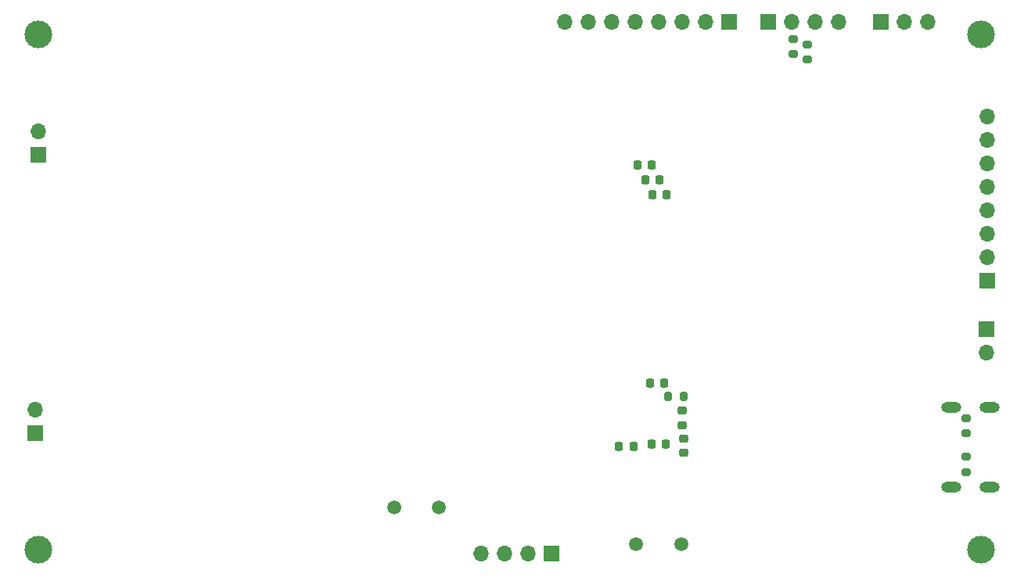
<source format=gbs>
G04 #@! TF.GenerationSoftware,KiCad,Pcbnew,7.0.7*
G04 #@! TF.CreationDate,2023-12-18T21:44:51-05:00*
G04 #@! TF.ProjectId,central_hub,63656e74-7261-46c5-9f68-75622e6b6963,rev?*
G04 #@! TF.SameCoordinates,Original*
G04 #@! TF.FileFunction,Soldermask,Bot*
G04 #@! TF.FilePolarity,Negative*
%FSLAX46Y46*%
G04 Gerber Fmt 4.6, Leading zero omitted, Abs format (unit mm)*
G04 Created by KiCad (PCBNEW 7.0.7) date 2023-12-18 21:44:51*
%MOMM*%
%LPD*%
G01*
G04 APERTURE LIST*
G04 Aperture macros list*
%AMRoundRect*
0 Rectangle with rounded corners*
0 $1 Rounding radius*
0 $2 $3 $4 $5 $6 $7 $8 $9 X,Y pos of 4 corners*
0 Add a 4 corners polygon primitive as box body*
4,1,4,$2,$3,$4,$5,$6,$7,$8,$9,$2,$3,0*
0 Add four circle primitives for the rounded corners*
1,1,$1+$1,$2,$3*
1,1,$1+$1,$4,$5*
1,1,$1+$1,$6,$7*
1,1,$1+$1,$8,$9*
0 Add four rect primitives between the rounded corners*
20,1,$1+$1,$2,$3,$4,$5,0*
20,1,$1+$1,$4,$5,$6,$7,0*
20,1,$1+$1,$6,$7,$8,$9,0*
20,1,$1+$1,$8,$9,$2,$3,0*%
G04 Aperture macros list end*
%ADD10R,1.700000X1.700000*%
%ADD11O,1.700000X1.700000*%
%ADD12C,3.000000*%
%ADD13C,1.500000*%
%ADD14O,2.204000X1.104000*%
%ADD15RoundRect,0.225000X-0.225000X-0.250000X0.225000X-0.250000X0.225000X0.250000X-0.225000X0.250000X0*%
%ADD16RoundRect,0.200000X-0.200000X-0.275000X0.200000X-0.275000X0.200000X0.275000X-0.200000X0.275000X0*%
%ADD17RoundRect,0.225000X-0.250000X0.225000X-0.250000X-0.225000X0.250000X-0.225000X0.250000X0.225000X0*%
%ADD18RoundRect,0.200000X0.275000X-0.200000X0.275000X0.200000X-0.275000X0.200000X-0.275000X-0.200000X0*%
%ADD19RoundRect,0.225000X0.250000X-0.225000X0.250000X0.225000X-0.250000X0.225000X-0.250000X-0.225000X0*%
%ADD20RoundRect,0.200000X-0.275000X0.200000X-0.275000X-0.200000X0.275000X-0.200000X0.275000X0.200000X0*%
G04 APERTURE END LIST*
D10*
X61503167Y-56382206D03*
D11*
X61503167Y-53842206D03*
D10*
X164103167Y-75332206D03*
D11*
X164103167Y-77872206D03*
D10*
X61200000Y-86540000D03*
D11*
X61200000Y-84000000D03*
D10*
X136275000Y-42000000D03*
D11*
X133735000Y-42000000D03*
X131195000Y-42000000D03*
X128655000Y-42000000D03*
X126115000Y-42000000D03*
X123575000Y-42000000D03*
X121035000Y-42000000D03*
X118495000Y-42000000D03*
D12*
X61503167Y-43407206D03*
D13*
X104880000Y-94600000D03*
X100000000Y-94600000D03*
D10*
X152660000Y-42000000D03*
D11*
X155200000Y-42000000D03*
X157740000Y-42000000D03*
D10*
X117058167Y-99607206D03*
D11*
X114518167Y-99607206D03*
X111978167Y-99607206D03*
X109438167Y-99607206D03*
D12*
X163543167Y-43407206D03*
D10*
X164203167Y-70032206D03*
D11*
X164203167Y-67492206D03*
X164203167Y-64952206D03*
X164203167Y-62412206D03*
X164203167Y-59872206D03*
X164203167Y-57332206D03*
X164203167Y-54792206D03*
X164203167Y-52252206D03*
D10*
X140500000Y-42000000D03*
D11*
X143040000Y-42000000D03*
X145580000Y-42000000D03*
X148120000Y-42000000D03*
D13*
X131078167Y-98607206D03*
X126198167Y-98607206D03*
D12*
X61503167Y-99147206D03*
D14*
X160280000Y-92435000D03*
X160280000Y-83785000D03*
X164460000Y-92435000D03*
X164460000Y-83785000D03*
D12*
X163543167Y-99147206D03*
D15*
X126325000Y-57500000D03*
X127875000Y-57500000D03*
X127175000Y-59150000D03*
X128725000Y-59150000D03*
D16*
X129675000Y-82600000D03*
X131325000Y-82600000D03*
D17*
X131200000Y-84125000D03*
X131200000Y-85675000D03*
D15*
X124353167Y-88007206D03*
X125903167Y-88007206D03*
D18*
X161920000Y-86595000D03*
X161920000Y-84945000D03*
D15*
X127725000Y-81100000D03*
X129275000Y-81100000D03*
D19*
X131328167Y-88675000D03*
X131328167Y-87125000D03*
D15*
X127853167Y-87707206D03*
X129403167Y-87707206D03*
D20*
X143200000Y-43875000D03*
X143200000Y-45525000D03*
X161940000Y-89125000D03*
X161940000Y-90775000D03*
D15*
X127975000Y-60757206D03*
X129525000Y-60757206D03*
D20*
X144700000Y-44475000D03*
X144700000Y-46125000D03*
M02*

</source>
